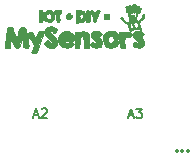
<source format=gbr>
G04 #@! TF.GenerationSoftware,KiCad,Pcbnew,(5.0.2)-1*
G04 #@! TF.CreationDate,2019-07-28T23:18:33+08:00*
G04 #@! TF.ProjectId,DOOR,444f4f52-2e6b-4696-9361-645f70636258,rev?*
G04 #@! TF.SameCoordinates,Original*
G04 #@! TF.FileFunction,Legend,Top*
G04 #@! TF.FilePolarity,Positive*
%FSLAX46Y46*%
G04 Gerber Fmt 4.6, Leading zero omitted, Abs format (unit mm)*
G04 Created by KiCad (PCBNEW (5.0.2)-1) date 2019-07-28 23:18:33*
%MOMM*%
%LPD*%
G01*
G04 APERTURE LIST*
%ADD10C,0.200000*%
%ADD11C,0.300000*%
%ADD12C,0.010000*%
G04 APERTURE END LIST*
D10*
X149293651Y-80067133D02*
X149674603Y-80067133D01*
X149217460Y-80295704D02*
X149484127Y-79495704D01*
X149750794Y-80295704D01*
X149941270Y-79495704D02*
X150436508Y-79495704D01*
X150169841Y-79800466D01*
X150284127Y-79800466D01*
X150360318Y-79838561D01*
X150398413Y-79876657D01*
X150436508Y-79952847D01*
X150436508Y-80143323D01*
X150398413Y-80219514D01*
X150360318Y-80257609D01*
X150284127Y-80295704D01*
X150055556Y-80295704D01*
X149979365Y-80257609D01*
X149941270Y-80219514D01*
X141236771Y-80034113D02*
X141617723Y-80034113D01*
X141160580Y-80262684D02*
X141427247Y-79462684D01*
X141693914Y-80262684D01*
X141922485Y-79538875D02*
X141960580Y-79500780D01*
X142036771Y-79462684D01*
X142227247Y-79462684D01*
X142303438Y-79500780D01*
X142341533Y-79538875D01*
X142379628Y-79615065D01*
X142379628Y-79691256D01*
X142341533Y-79805541D01*
X141884390Y-80262684D01*
X142379628Y-80262684D01*
D11*
X154335480Y-83103720D02*
X154335480Y-83103720D01*
X153370280Y-83126580D02*
X153370280Y-83126580D01*
X153824940Y-83111340D02*
X153824940Y-83111340D01*
D12*
G04 #@! TO.C,G\002A\002A\002A*
G36*
X149792244Y-71316997D02*
X149793960Y-71331116D01*
X149749010Y-71388469D01*
X149734890Y-71390185D01*
X149677537Y-71345235D01*
X149675821Y-71331116D01*
X149720771Y-71273762D01*
X149734890Y-71272046D01*
X149792244Y-71316997D01*
X149792244Y-71316997D01*
G37*
X149792244Y-71316997D02*
X149793960Y-71331116D01*
X149749010Y-71388469D01*
X149734890Y-71390185D01*
X149677537Y-71345235D01*
X149675821Y-71331116D01*
X149720771Y-71273762D01*
X149734890Y-71272046D01*
X149792244Y-71316997D01*
G36*
X147379484Y-71471406D02*
X147524314Y-71497367D01*
X147615277Y-71508323D01*
X147615763Y-71508325D01*
X147649932Y-71560275D01*
X147667005Y-71688008D01*
X147667449Y-71715069D01*
X147660296Y-71847440D01*
X147616129Y-71906267D01*
X147500890Y-71921351D01*
X147431170Y-71921813D01*
X147194890Y-71921813D01*
X147194890Y-71678151D01*
X147199544Y-71524827D01*
X147230427Y-71461211D01*
X147312921Y-71458874D01*
X147379484Y-71471406D01*
X147379484Y-71471406D01*
G37*
X147379484Y-71471406D02*
X147524314Y-71497367D01*
X147615277Y-71508323D01*
X147615763Y-71508325D01*
X147649932Y-71560275D01*
X147667005Y-71688008D01*
X147667449Y-71715069D01*
X147660296Y-71847440D01*
X147616129Y-71906267D01*
X147500890Y-71921351D01*
X147431170Y-71921813D01*
X147194890Y-71921813D01*
X147194890Y-71678151D01*
X147199544Y-71524827D01*
X147230427Y-71461211D01*
X147312921Y-71458874D01*
X147379484Y-71471406D01*
G36*
X144330638Y-71420995D02*
X144359542Y-71478790D01*
X144391438Y-71557398D01*
X144418611Y-71567395D01*
X144471091Y-71610446D01*
X144467044Y-71709220D01*
X144410743Y-71818143D01*
X144393296Y-71837428D01*
X144248230Y-71912674D01*
X144093965Y-71890429D01*
X144019890Y-71833455D01*
X143959512Y-71723743D01*
X143951102Y-71619768D01*
X143997235Y-71567926D01*
X144005123Y-71567395D01*
X144057529Y-71519551D01*
X144064193Y-71478790D01*
X144115542Y-71407527D01*
X144211867Y-71390185D01*
X144330638Y-71420995D01*
X144330638Y-71420995D01*
G37*
X144330638Y-71420995D02*
X144359542Y-71478790D01*
X144391438Y-71557398D01*
X144418611Y-71567395D01*
X144471091Y-71610446D01*
X144467044Y-71709220D01*
X144410743Y-71818143D01*
X144393296Y-71837428D01*
X144248230Y-71912674D01*
X144093965Y-71890429D01*
X144019890Y-71833455D01*
X143959512Y-71723743D01*
X143951102Y-71619768D01*
X143997235Y-71567926D01*
X144005123Y-71567395D01*
X144057529Y-71519551D01*
X144064193Y-71478790D01*
X144115542Y-71407527D01*
X144211867Y-71390185D01*
X144330638Y-71420995D01*
G36*
X146293067Y-71207200D02*
X146349554Y-71285601D01*
X146408318Y-71417295D01*
X146478799Y-71285601D01*
X146563286Y-71201079D01*
X146679306Y-71156470D01*
X146784828Y-71158532D01*
X146837817Y-71214025D01*
X146838628Y-71227744D01*
X146808341Y-71319348D01*
X146733925Y-71465470D01*
X146691257Y-71537860D01*
X146600924Y-71726083D01*
X146549739Y-71913276D01*
X146545426Y-71966116D01*
X146531281Y-72100269D01*
X146473244Y-72152175D01*
X146409310Y-72158092D01*
X146318997Y-72143400D01*
X146289361Y-72076341D01*
X146296998Y-71956790D01*
X146284068Y-71762992D01*
X146187610Y-71560734D01*
X146166997Y-71529590D01*
X146052575Y-71339047D01*
X146021872Y-71220590D01*
X146074459Y-71163381D01*
X146152143Y-71153906D01*
X146293067Y-71207200D01*
X146293067Y-71207200D01*
G37*
X146293067Y-71207200D02*
X146349554Y-71285601D01*
X146408318Y-71417295D01*
X146478799Y-71285601D01*
X146563286Y-71201079D01*
X146679306Y-71156470D01*
X146784828Y-71158532D01*
X146837817Y-71214025D01*
X146838628Y-71227744D01*
X146808341Y-71319348D01*
X146733925Y-71465470D01*
X146691257Y-71537860D01*
X146600924Y-71726083D01*
X146549739Y-71913276D01*
X146545426Y-71966116D01*
X146531281Y-72100269D01*
X146473244Y-72152175D01*
X146409310Y-72158092D01*
X146318997Y-72143400D01*
X146289361Y-72076341D01*
X146296998Y-71956790D01*
X146284068Y-71762992D01*
X146187610Y-71560734D01*
X146166997Y-71529590D01*
X146052575Y-71339047D01*
X146021872Y-71220590D01*
X146074459Y-71163381D01*
X146152143Y-71153906D01*
X146293067Y-71207200D01*
G36*
X141920587Y-71158516D02*
X141964231Y-71187940D01*
X141986886Y-71265566D01*
X141995433Y-71414785D01*
X141996751Y-71655999D01*
X141995395Y-71899136D01*
X141986741Y-72047524D01*
X141963910Y-72124553D01*
X141920022Y-72153612D01*
X141849077Y-72158092D01*
X141777566Y-72153482D01*
X141733922Y-72124059D01*
X141711267Y-72046433D01*
X141702720Y-71897214D01*
X141701402Y-71655999D01*
X141702758Y-71412863D01*
X141711412Y-71264475D01*
X141734243Y-71187446D01*
X141778131Y-71158387D01*
X141849077Y-71153906D01*
X141920587Y-71158516D01*
X141920587Y-71158516D01*
G37*
X141920587Y-71158516D02*
X141964231Y-71187940D01*
X141986886Y-71265566D01*
X141995433Y-71414785D01*
X141996751Y-71655999D01*
X141995395Y-71899136D01*
X141986741Y-72047524D01*
X141963910Y-72124553D01*
X141920022Y-72153612D01*
X141849077Y-72158092D01*
X141777566Y-72153482D01*
X141733922Y-72124059D01*
X141711267Y-72046433D01*
X141702720Y-71897214D01*
X141701402Y-71655999D01*
X141702758Y-71412863D01*
X141711412Y-71264475D01*
X141734243Y-71187446D01*
X141778131Y-71158387D01*
X141849077Y-71153906D01*
X141920587Y-71158516D01*
G36*
X145876215Y-71164655D02*
X145923355Y-71214895D01*
X145952933Y-71331623D01*
X145975545Y-71516990D01*
X146003215Y-71797832D01*
X146012996Y-71981776D01*
X146000442Y-72089294D01*
X145961105Y-72140860D01*
X145890537Y-72156949D01*
X145836286Y-72158092D01*
X145707570Y-72140335D01*
X145661570Y-72072026D01*
X145659077Y-72033409D01*
X145659077Y-71908725D01*
X145555704Y-72034999D01*
X145416960Y-72133802D01*
X145187146Y-72191660D01*
X145142216Y-72197446D01*
X144832100Y-72233618D01*
X144832100Y-71685534D01*
X145127449Y-71685534D01*
X145150355Y-71857616D01*
X145215812Y-71923991D01*
X145318926Y-71881055D01*
X145351914Y-71850930D01*
X145418667Y-71716832D01*
X145387140Y-71581493D01*
X145308541Y-71510403D01*
X145198855Y-71460523D01*
X145145673Y-71478850D01*
X145128701Y-71585010D01*
X145127449Y-71685534D01*
X144832100Y-71685534D01*
X144832100Y-71162210D01*
X145135352Y-71176141D01*
X145344718Y-71200029D01*
X145478299Y-71257605D01*
X145548841Y-71326208D01*
X145659077Y-71462343D01*
X145659077Y-71308125D01*
X145681767Y-71191790D01*
X145769976Y-71154744D01*
X145798336Y-71153906D01*
X145876215Y-71164655D01*
X145876215Y-71164655D01*
G37*
X145876215Y-71164655D02*
X145923355Y-71214895D01*
X145952933Y-71331623D01*
X145975545Y-71516990D01*
X146003215Y-71797832D01*
X146012996Y-71981776D01*
X146000442Y-72089294D01*
X145961105Y-72140860D01*
X145890537Y-72156949D01*
X145836286Y-72158092D01*
X145707570Y-72140335D01*
X145661570Y-72072026D01*
X145659077Y-72033409D01*
X145659077Y-71908725D01*
X145555704Y-72034999D01*
X145416960Y-72133802D01*
X145187146Y-72191660D01*
X145142216Y-72197446D01*
X144832100Y-72233618D01*
X144832100Y-71685534D01*
X145127449Y-71685534D01*
X145150355Y-71857616D01*
X145215812Y-71923991D01*
X145318926Y-71881055D01*
X145351914Y-71850930D01*
X145418667Y-71716832D01*
X145387140Y-71581493D01*
X145308541Y-71510403D01*
X145198855Y-71460523D01*
X145145673Y-71478850D01*
X145128701Y-71585010D01*
X145127449Y-71685534D01*
X144832100Y-71685534D01*
X144832100Y-71162210D01*
X145135352Y-71176141D01*
X145344718Y-71200029D01*
X145478299Y-71257605D01*
X145548841Y-71326208D01*
X145659077Y-71462343D01*
X145659077Y-71308125D01*
X145681767Y-71191790D01*
X145769976Y-71154744D01*
X145798336Y-71153906D01*
X145876215Y-71164655D01*
G36*
X143455317Y-71159431D02*
X143553524Y-71182320D01*
X143588890Y-71232043D01*
X143591635Y-71265726D01*
X143546621Y-71377375D01*
X143494897Y-71414668D01*
X143439788Y-71457926D01*
X143418721Y-71550887D01*
X143426463Y-71723379D01*
X143431579Y-71775601D01*
X143445307Y-71969080D01*
X143431233Y-72079855D01*
X143382646Y-72141461D01*
X143354991Y-72158288D01*
X143254474Y-72204385D01*
X143201708Y-72190690D01*
X143181375Y-72097142D01*
X143178146Y-71926645D01*
X143171118Y-71736081D01*
X143153309Y-71585516D01*
X143142292Y-71542691D01*
X143086201Y-71454501D01*
X143037011Y-71472903D01*
X143006068Y-71586432D01*
X143000937Y-71685534D01*
X142959168Y-71924750D01*
X142833862Y-72080429D01*
X142625019Y-72152571D01*
X142528379Y-72158092D01*
X142291335Y-72118635D01*
X142137964Y-71997391D01*
X142064175Y-71790048D01*
X142055821Y-71660287D01*
X142064158Y-71560347D01*
X142304491Y-71560347D01*
X142313744Y-71718348D01*
X142353248Y-71807557D01*
X142461132Y-71905131D01*
X142600939Y-71908649D01*
X142693774Y-71850930D01*
X142755164Y-71723609D01*
X142729923Y-71589024D01*
X142642228Y-71479952D01*
X142516253Y-71429170D01*
X142401107Y-71454143D01*
X142304491Y-71560347D01*
X142064158Y-71560347D01*
X142071430Y-71473181D01*
X142132093Y-71350496D01*
X142211461Y-71276333D01*
X142428114Y-71170722D01*
X142654021Y-71173206D01*
X142810584Y-71245861D01*
X142905401Y-71304793D01*
X142938540Y-71290923D01*
X142941867Y-71245861D01*
X142968175Y-71190918D01*
X143062899Y-71162512D01*
X143249736Y-71153937D01*
X143266751Y-71153906D01*
X143455317Y-71159431D01*
X143455317Y-71159431D01*
G37*
X143455317Y-71159431D02*
X143553524Y-71182320D01*
X143588890Y-71232043D01*
X143591635Y-71265726D01*
X143546621Y-71377375D01*
X143494897Y-71414668D01*
X143439788Y-71457926D01*
X143418721Y-71550887D01*
X143426463Y-71723379D01*
X143431579Y-71775601D01*
X143445307Y-71969080D01*
X143431233Y-72079855D01*
X143382646Y-72141461D01*
X143354991Y-72158288D01*
X143254474Y-72204385D01*
X143201708Y-72190690D01*
X143181375Y-72097142D01*
X143178146Y-71926645D01*
X143171118Y-71736081D01*
X143153309Y-71585516D01*
X143142292Y-71542691D01*
X143086201Y-71454501D01*
X143037011Y-71472903D01*
X143006068Y-71586432D01*
X143000937Y-71685534D01*
X142959168Y-71924750D01*
X142833862Y-72080429D01*
X142625019Y-72152571D01*
X142528379Y-72158092D01*
X142291335Y-72118635D01*
X142137964Y-71997391D01*
X142064175Y-71790048D01*
X142055821Y-71660287D01*
X142064158Y-71560347D01*
X142304491Y-71560347D01*
X142313744Y-71718348D01*
X142353248Y-71807557D01*
X142461132Y-71905131D01*
X142600939Y-71908649D01*
X142693774Y-71850930D01*
X142755164Y-71723609D01*
X142729923Y-71589024D01*
X142642228Y-71479952D01*
X142516253Y-71429170D01*
X142401107Y-71454143D01*
X142304491Y-71560347D01*
X142064158Y-71560347D01*
X142071430Y-71473181D01*
X142132093Y-71350496D01*
X142211461Y-71276333D01*
X142428114Y-71170722D01*
X142654021Y-71173206D01*
X142810584Y-71245861D01*
X142905401Y-71304793D01*
X142938540Y-71290923D01*
X142941867Y-71245861D01*
X142968175Y-71190918D01*
X143062899Y-71162512D01*
X143249736Y-71153937D01*
X143266751Y-71153906D01*
X143455317Y-71159431D01*
G36*
X149920663Y-70699294D02*
X149942418Y-70742887D01*
X150003448Y-70830333D01*
X150103009Y-70824675D01*
X150190303Y-70812008D01*
X150193256Y-70868781D01*
X150188703Y-70881276D01*
X150192126Y-70962419D01*
X150238837Y-70976697D01*
X150316248Y-71009185D01*
X150325588Y-71035767D01*
X150284698Y-71093160D01*
X150272048Y-71094837D01*
X150240545Y-71141468D01*
X150247273Y-71204830D01*
X150225936Y-71308159D01*
X150136022Y-71370685D01*
X150026885Y-71358554D01*
X150024909Y-71357356D01*
X149989880Y-71385984D01*
X149971830Y-71498983D01*
X149971170Y-71530888D01*
X149956098Y-71679004D01*
X149919220Y-71768659D01*
X149913309Y-71773391D01*
X149891065Y-71841297D01*
X149936173Y-71936054D01*
X150020047Y-72015576D01*
X150094363Y-72039953D01*
X150204365Y-71995121D01*
X150323619Y-71890308D01*
X150406279Y-71770036D01*
X150419169Y-71724513D01*
X150432554Y-71600394D01*
X150434731Y-71582162D01*
X150482827Y-71516235D01*
X150563335Y-71518670D01*
X150618088Y-71581985D01*
X150620937Y-71606121D01*
X150579938Y-71731277D01*
X150479050Y-71886886D01*
X150351435Y-72030611D01*
X150230257Y-72120117D01*
X150213111Y-72126760D01*
X150141122Y-72161433D01*
X150136921Y-72223593D01*
X150186955Y-72335678D01*
X150256535Y-72517386D01*
X150307258Y-72721432D01*
X150309045Y-72732203D01*
X150360014Y-72899450D01*
X150439009Y-73020911D01*
X150453301Y-73032721D01*
X150549732Y-73144749D01*
X150531068Y-73267375D01*
X150442506Y-73370128D01*
X150323145Y-73478148D01*
X150472041Y-73633562D01*
X150595571Y-73816093D01*
X150603543Y-73995978D01*
X150498510Y-74188033D01*
X150350041Y-74312280D01*
X150177472Y-74343674D01*
X149936449Y-74317984D01*
X149755775Y-74249415D01*
X149650865Y-74150714D01*
X149637129Y-74034631D01*
X149695096Y-73944664D01*
X149784933Y-73884045D01*
X149892618Y-73898957D01*
X149947086Y-73921921D01*
X150083824Y-73970661D01*
X150126523Y-73950741D01*
X150075675Y-73864355D01*
X149931776Y-73713694D01*
X149891617Y-73675803D01*
X149748334Y-73531080D01*
X149648899Y-73409063D01*
X149626593Y-73363454D01*
X150106832Y-73363454D01*
X150148379Y-73398558D01*
X150242632Y-73451685D01*
X150255189Y-73431676D01*
X150236984Y-73398558D01*
X150150717Y-73342396D01*
X150130125Y-73340392D01*
X150106832Y-73363454D01*
X149626593Y-73363454D01*
X149616751Y-73343333D01*
X149591533Y-73304346D01*
X149503133Y-73342000D01*
X149469337Y-73363420D01*
X149282155Y-73430393D01*
X149174876Y-73423103D01*
X149061197Y-73415981D01*
X148992350Y-73487718D01*
X148965034Y-73551360D01*
X148933632Y-73719878D01*
X148933233Y-73944946D01*
X148941417Y-74030099D01*
X148980596Y-74343674D01*
X148770532Y-74343674D01*
X148625443Y-74332451D01*
X148542287Y-74304887D01*
X148537838Y-74299372D01*
X148527230Y-74225332D01*
X148516205Y-74059667D01*
X148506238Y-73828876D01*
X148500218Y-73623704D01*
X148485227Y-72992339D01*
X148960755Y-72991294D01*
X149229111Y-72997769D01*
X149403690Y-73021182D01*
X149508125Y-73065390D01*
X149530193Y-73084159D01*
X149606522Y-73142719D01*
X149666905Y-73112247D01*
X149712381Y-73052034D01*
X149825880Y-72957349D01*
X150007089Y-72926194D01*
X150028059Y-72925999D01*
X150173917Y-72918324D01*
X150229885Y-72883763D01*
X150223821Y-72805019D01*
X150223690Y-72804519D01*
X150170481Y-72718130D01*
X150096313Y-72725962D01*
X149978674Y-72758925D01*
X149803444Y-72788157D01*
X149749658Y-72794320D01*
X149596339Y-72820985D01*
X149507512Y-72857978D01*
X149498611Y-72872878D01*
X149451221Y-72921143D01*
X149417390Y-72925999D01*
X149352028Y-72872252D01*
X149298546Y-72732265D01*
X149266881Y-72537924D01*
X149262363Y-72429128D01*
X149381491Y-72429128D01*
X149392379Y-72570860D01*
X149419852Y-72650341D01*
X149506311Y-72683694D01*
X149572220Y-72689720D01*
X149646404Y-72672539D01*
X149661099Y-72598964D01*
X149643777Y-72501090D01*
X149588777Y-72340135D01*
X149523144Y-72239451D01*
X149682770Y-72239451D01*
X149695944Y-72295831D01*
X149730265Y-72451099D01*
X149734890Y-72517342D01*
X149765781Y-72601534D01*
X149876907Y-72630040D01*
X149908614Y-72630651D01*
X150045087Y-72612362D01*
X150118998Y-72571332D01*
X150114291Y-72488604D01*
X150060134Y-72347708D01*
X150022074Y-72274332D01*
X149938937Y-72134144D01*
X149888475Y-72085402D01*
X149848301Y-72115031D01*
X149823387Y-72158294D01*
X149755753Y-72234684D01*
X149707642Y-72233782D01*
X149682770Y-72239451D01*
X149523144Y-72239451D01*
X149514663Y-72226441D01*
X149442179Y-72187533D01*
X149417039Y-72200285D01*
X149389589Y-72285948D01*
X149381491Y-72429128D01*
X149262363Y-72429128D01*
X149262332Y-72428389D01*
X149217611Y-72313620D01*
X149072267Y-72228360D01*
X149070356Y-72227637D01*
X148890617Y-72140588D01*
X148730336Y-72030485D01*
X148615782Y-71919645D01*
X148573227Y-71830385D01*
X148578986Y-71810218D01*
X148660141Y-71750829D01*
X148748998Y-71759328D01*
X148789774Y-71828921D01*
X148837431Y-71928226D01*
X148952187Y-72038510D01*
X149091721Y-72126208D01*
X149204825Y-72158092D01*
X149296140Y-72107705D01*
X149349710Y-71985871D01*
X149349816Y-71980883D01*
X149616751Y-71980883D01*
X149636905Y-72038417D01*
X149642800Y-72039953D01*
X149693232Y-71998561D01*
X149705356Y-71980883D01*
X149700672Y-71926451D01*
X149679307Y-71921813D01*
X149619155Y-71964693D01*
X149616751Y-71980883D01*
X149349816Y-71980883D01*
X149352898Y-71836587D01*
X149322832Y-71747275D01*
X149274793Y-71597814D01*
X149262332Y-71482673D01*
X149252262Y-71442022D01*
X149380472Y-71442022D01*
X149410060Y-71537397D01*
X149512337Y-71578998D01*
X149695573Y-71576567D01*
X149775606Y-71594087D01*
X149774370Y-71647821D01*
X149707405Y-71706268D01*
X149617316Y-71735200D01*
X149529468Y-71760292D01*
X149551508Y-71799659D01*
X149559690Y-71804915D01*
X149681247Y-71820098D01*
X149804302Y-71751398D01*
X149880951Y-71631551D01*
X149894603Y-71487023D01*
X149878547Y-71365674D01*
X149834379Y-71262593D01*
X149745860Y-71221797D01*
X149625115Y-71217640D01*
X149505914Y-71227331D01*
X149473156Y-71245751D01*
X149483844Y-71252097D01*
X149550122Y-71329804D01*
X149557681Y-71372806D01*
X149541755Y-71431454D01*
X149476153Y-71396000D01*
X149469077Y-71390185D01*
X149401183Y-71352138D01*
X149380958Y-71413364D01*
X149380472Y-71442022D01*
X149252262Y-71442022D01*
X149232191Y-71360999D01*
X149173728Y-71331116D01*
X149101657Y-71281495D01*
X149085123Y-71209093D01*
X149062093Y-71081062D01*
X149228021Y-71081062D01*
X149235916Y-71099882D01*
X149307628Y-71129148D01*
X149326447Y-71121253D01*
X149355713Y-71049541D01*
X149351286Y-71038985D01*
X149439542Y-71038985D01*
X149491078Y-71084004D01*
X149616751Y-71082237D01*
X149740341Y-71076784D01*
X149793898Y-71099564D01*
X149793960Y-71100736D01*
X149842473Y-71151091D01*
X149897332Y-71172258D01*
X149992255Y-71198487D01*
X150015472Y-71206124D01*
X150028548Y-71164638D01*
X150030239Y-71124372D01*
X149985120Y-71046010D01*
X149945854Y-71035767D01*
X149836728Y-70996871D01*
X149774511Y-70948809D01*
X149696186Y-70891996D01*
X149631769Y-70929716D01*
X149615924Y-70948159D01*
X149533093Y-71005455D01*
X149491918Y-71002095D01*
X149443605Y-71014822D01*
X149439542Y-71038985D01*
X149351286Y-71038985D01*
X149347819Y-71030722D01*
X149276107Y-71001456D01*
X149257287Y-71009350D01*
X149228021Y-71081062D01*
X149062093Y-71081062D01*
X149056690Y-71051030D01*
X149027242Y-70978919D01*
X149004610Y-70895833D01*
X149069491Y-70847943D01*
X149130023Y-70830445D01*
X149264432Y-70777430D01*
X149335578Y-70720967D01*
X149389271Y-70685629D01*
X149429988Y-70728447D01*
X149484833Y-70771438D01*
X149555361Y-70713679D01*
X149677315Y-70634306D01*
X149814909Y-70630705D01*
X149920663Y-70699294D01*
X149920663Y-70699294D01*
G37*
X149920663Y-70699294D02*
X149942418Y-70742887D01*
X150003448Y-70830333D01*
X150103009Y-70824675D01*
X150190303Y-70812008D01*
X150193256Y-70868781D01*
X150188703Y-70881276D01*
X150192126Y-70962419D01*
X150238837Y-70976697D01*
X150316248Y-71009185D01*
X150325588Y-71035767D01*
X150284698Y-71093160D01*
X150272048Y-71094837D01*
X150240545Y-71141468D01*
X150247273Y-71204830D01*
X150225936Y-71308159D01*
X150136022Y-71370685D01*
X150026885Y-71358554D01*
X150024909Y-71357356D01*
X149989880Y-71385984D01*
X149971830Y-71498983D01*
X149971170Y-71530888D01*
X149956098Y-71679004D01*
X149919220Y-71768659D01*
X149913309Y-71773391D01*
X149891065Y-71841297D01*
X149936173Y-71936054D01*
X150020047Y-72015576D01*
X150094363Y-72039953D01*
X150204365Y-71995121D01*
X150323619Y-71890308D01*
X150406279Y-71770036D01*
X150419169Y-71724513D01*
X150432554Y-71600394D01*
X150434731Y-71582162D01*
X150482827Y-71516235D01*
X150563335Y-71518670D01*
X150618088Y-71581985D01*
X150620937Y-71606121D01*
X150579938Y-71731277D01*
X150479050Y-71886886D01*
X150351435Y-72030611D01*
X150230257Y-72120117D01*
X150213111Y-72126760D01*
X150141122Y-72161433D01*
X150136921Y-72223593D01*
X150186955Y-72335678D01*
X150256535Y-72517386D01*
X150307258Y-72721432D01*
X150309045Y-72732203D01*
X150360014Y-72899450D01*
X150439009Y-73020911D01*
X150453301Y-73032721D01*
X150549732Y-73144749D01*
X150531068Y-73267375D01*
X150442506Y-73370128D01*
X150323145Y-73478148D01*
X150472041Y-73633562D01*
X150595571Y-73816093D01*
X150603543Y-73995978D01*
X150498510Y-74188033D01*
X150350041Y-74312280D01*
X150177472Y-74343674D01*
X149936449Y-74317984D01*
X149755775Y-74249415D01*
X149650865Y-74150714D01*
X149637129Y-74034631D01*
X149695096Y-73944664D01*
X149784933Y-73884045D01*
X149892618Y-73898957D01*
X149947086Y-73921921D01*
X150083824Y-73970661D01*
X150126523Y-73950741D01*
X150075675Y-73864355D01*
X149931776Y-73713694D01*
X149891617Y-73675803D01*
X149748334Y-73531080D01*
X149648899Y-73409063D01*
X149626593Y-73363454D01*
X150106832Y-73363454D01*
X150148379Y-73398558D01*
X150242632Y-73451685D01*
X150255189Y-73431676D01*
X150236984Y-73398558D01*
X150150717Y-73342396D01*
X150130125Y-73340392D01*
X150106832Y-73363454D01*
X149626593Y-73363454D01*
X149616751Y-73343333D01*
X149591533Y-73304346D01*
X149503133Y-73342000D01*
X149469337Y-73363420D01*
X149282155Y-73430393D01*
X149174876Y-73423103D01*
X149061197Y-73415981D01*
X148992350Y-73487718D01*
X148965034Y-73551360D01*
X148933632Y-73719878D01*
X148933233Y-73944946D01*
X148941417Y-74030099D01*
X148980596Y-74343674D01*
X148770532Y-74343674D01*
X148625443Y-74332451D01*
X148542287Y-74304887D01*
X148537838Y-74299372D01*
X148527230Y-74225332D01*
X148516205Y-74059667D01*
X148506238Y-73828876D01*
X148500218Y-73623704D01*
X148485227Y-72992339D01*
X148960755Y-72991294D01*
X149229111Y-72997769D01*
X149403690Y-73021182D01*
X149508125Y-73065390D01*
X149530193Y-73084159D01*
X149606522Y-73142719D01*
X149666905Y-73112247D01*
X149712381Y-73052034D01*
X149825880Y-72957349D01*
X150007089Y-72926194D01*
X150028059Y-72925999D01*
X150173917Y-72918324D01*
X150229885Y-72883763D01*
X150223821Y-72805019D01*
X150223690Y-72804519D01*
X150170481Y-72718130D01*
X150096313Y-72725962D01*
X149978674Y-72758925D01*
X149803444Y-72788157D01*
X149749658Y-72794320D01*
X149596339Y-72820985D01*
X149507512Y-72857978D01*
X149498611Y-72872878D01*
X149451221Y-72921143D01*
X149417390Y-72925999D01*
X149352028Y-72872252D01*
X149298546Y-72732265D01*
X149266881Y-72537924D01*
X149262363Y-72429128D01*
X149381491Y-72429128D01*
X149392379Y-72570860D01*
X149419852Y-72650341D01*
X149506311Y-72683694D01*
X149572220Y-72689720D01*
X149646404Y-72672539D01*
X149661099Y-72598964D01*
X149643777Y-72501090D01*
X149588777Y-72340135D01*
X149523144Y-72239451D01*
X149682770Y-72239451D01*
X149695944Y-72295831D01*
X149730265Y-72451099D01*
X149734890Y-72517342D01*
X149765781Y-72601534D01*
X149876907Y-72630040D01*
X149908614Y-72630651D01*
X150045087Y-72612362D01*
X150118998Y-72571332D01*
X150114291Y-72488604D01*
X150060134Y-72347708D01*
X150022074Y-72274332D01*
X149938937Y-72134144D01*
X149888475Y-72085402D01*
X149848301Y-72115031D01*
X149823387Y-72158294D01*
X149755753Y-72234684D01*
X149707642Y-72233782D01*
X149682770Y-72239451D01*
X149523144Y-72239451D01*
X149514663Y-72226441D01*
X149442179Y-72187533D01*
X149417039Y-72200285D01*
X149389589Y-72285948D01*
X149381491Y-72429128D01*
X149262363Y-72429128D01*
X149262332Y-72428389D01*
X149217611Y-72313620D01*
X149072267Y-72228360D01*
X149070356Y-72227637D01*
X148890617Y-72140588D01*
X148730336Y-72030485D01*
X148615782Y-71919645D01*
X148573227Y-71830385D01*
X148578986Y-71810218D01*
X148660141Y-71750829D01*
X148748998Y-71759328D01*
X148789774Y-71828921D01*
X148837431Y-71928226D01*
X148952187Y-72038510D01*
X149091721Y-72126208D01*
X149204825Y-72158092D01*
X149296140Y-72107705D01*
X149349710Y-71985871D01*
X149349816Y-71980883D01*
X149616751Y-71980883D01*
X149636905Y-72038417D01*
X149642800Y-72039953D01*
X149693232Y-71998561D01*
X149705356Y-71980883D01*
X149700672Y-71926451D01*
X149679307Y-71921813D01*
X149619155Y-71964693D01*
X149616751Y-71980883D01*
X149349816Y-71980883D01*
X149352898Y-71836587D01*
X149322832Y-71747275D01*
X149274793Y-71597814D01*
X149262332Y-71482673D01*
X149252262Y-71442022D01*
X149380472Y-71442022D01*
X149410060Y-71537397D01*
X149512337Y-71578998D01*
X149695573Y-71576567D01*
X149775606Y-71594087D01*
X149774370Y-71647821D01*
X149707405Y-71706268D01*
X149617316Y-71735200D01*
X149529468Y-71760292D01*
X149551508Y-71799659D01*
X149559690Y-71804915D01*
X149681247Y-71820098D01*
X149804302Y-71751398D01*
X149880951Y-71631551D01*
X149894603Y-71487023D01*
X149878547Y-71365674D01*
X149834379Y-71262593D01*
X149745860Y-71221797D01*
X149625115Y-71217640D01*
X149505914Y-71227331D01*
X149473156Y-71245751D01*
X149483844Y-71252097D01*
X149550122Y-71329804D01*
X149557681Y-71372806D01*
X149541755Y-71431454D01*
X149476153Y-71396000D01*
X149469077Y-71390185D01*
X149401183Y-71352138D01*
X149380958Y-71413364D01*
X149380472Y-71442022D01*
X149252262Y-71442022D01*
X149232191Y-71360999D01*
X149173728Y-71331116D01*
X149101657Y-71281495D01*
X149085123Y-71209093D01*
X149062093Y-71081062D01*
X149228021Y-71081062D01*
X149235916Y-71099882D01*
X149307628Y-71129148D01*
X149326447Y-71121253D01*
X149355713Y-71049541D01*
X149351286Y-71038985D01*
X149439542Y-71038985D01*
X149491078Y-71084004D01*
X149616751Y-71082237D01*
X149740341Y-71076784D01*
X149793898Y-71099564D01*
X149793960Y-71100736D01*
X149842473Y-71151091D01*
X149897332Y-71172258D01*
X149992255Y-71198487D01*
X150015472Y-71206124D01*
X150028548Y-71164638D01*
X150030239Y-71124372D01*
X149985120Y-71046010D01*
X149945854Y-71035767D01*
X149836728Y-70996871D01*
X149774511Y-70948809D01*
X149696186Y-70891996D01*
X149631769Y-70929716D01*
X149615924Y-70948159D01*
X149533093Y-71005455D01*
X149491918Y-71002095D01*
X149443605Y-71014822D01*
X149439542Y-71038985D01*
X149351286Y-71038985D01*
X149347819Y-71030722D01*
X149276107Y-71001456D01*
X149257287Y-71009350D01*
X149228021Y-71081062D01*
X149062093Y-71081062D01*
X149056690Y-71051030D01*
X149027242Y-70978919D01*
X149004610Y-70895833D01*
X149069491Y-70847943D01*
X149130023Y-70830445D01*
X149264432Y-70777430D01*
X149335578Y-70720967D01*
X149389271Y-70685629D01*
X149429988Y-70728447D01*
X149484833Y-70771438D01*
X149555361Y-70713679D01*
X149677315Y-70634306D01*
X149814909Y-70630705D01*
X149920663Y-70699294D01*
G36*
X148090899Y-72943372D02*
X148180240Y-72996149D01*
X148276031Y-73100137D01*
X148277100Y-73101407D01*
X148370819Y-73233533D01*
X148418709Y-73373483D01*
X148434698Y-73568996D01*
X148435356Y-73643913D01*
X148428179Y-73854881D01*
X148396865Y-73992889D01*
X148326740Y-74102737D01*
X148262690Y-74171008D01*
X148046415Y-74307547D01*
X147778775Y-74342006D01*
X147477708Y-74275764D01*
X147300877Y-74154103D01*
X147163435Y-73951762D01*
X147086263Y-73704740D01*
X147076751Y-73584494D01*
X147081097Y-73553590D01*
X147560887Y-73553590D01*
X147580996Y-73736502D01*
X147638943Y-73834172D01*
X147750214Y-73917131D01*
X147850742Y-73905032D01*
X147962797Y-73812046D01*
X148057625Y-73700591D01*
X148067974Y-73608175D01*
X147997432Y-73482933D01*
X147986621Y-73467398D01*
X147859029Y-73361578D01*
X147735574Y-73350883D01*
X147620204Y-73387664D01*
X147570152Y-73486905D01*
X147560887Y-73553590D01*
X147081097Y-73553590D01*
X147106860Y-73370412D01*
X147214533Y-73188472D01*
X147245179Y-73152847D01*
X147359795Y-73042055D01*
X147481045Y-72980117D01*
X147654046Y-72948503D01*
X147766227Y-72938837D01*
X147966672Y-72928652D01*
X148090899Y-72943372D01*
X148090899Y-72943372D01*
G37*
X148090899Y-72943372D02*
X148180240Y-72996149D01*
X148276031Y-73100137D01*
X148277100Y-73101407D01*
X148370819Y-73233533D01*
X148418709Y-73373483D01*
X148434698Y-73568996D01*
X148435356Y-73643913D01*
X148428179Y-73854881D01*
X148396865Y-73992889D01*
X148326740Y-74102737D01*
X148262690Y-74171008D01*
X148046415Y-74307547D01*
X147778775Y-74342006D01*
X147477708Y-74275764D01*
X147300877Y-74154103D01*
X147163435Y-73951762D01*
X147086263Y-73704740D01*
X147076751Y-73584494D01*
X147081097Y-73553590D01*
X147560887Y-73553590D01*
X147580996Y-73736502D01*
X147638943Y-73834172D01*
X147750214Y-73917131D01*
X147850742Y-73905032D01*
X147962797Y-73812046D01*
X148057625Y-73700591D01*
X148067974Y-73608175D01*
X147997432Y-73482933D01*
X147986621Y-73467398D01*
X147859029Y-73361578D01*
X147735574Y-73350883D01*
X147620204Y-73387664D01*
X147570152Y-73486905D01*
X147560887Y-73553590D01*
X147081097Y-73553590D01*
X147106860Y-73370412D01*
X147214533Y-73188472D01*
X147245179Y-73152847D01*
X147359795Y-73042055D01*
X147481045Y-72980117D01*
X147654046Y-72948503D01*
X147766227Y-72938837D01*
X147966672Y-72928652D01*
X148090899Y-72943372D01*
G36*
X146679908Y-72948557D02*
X146857492Y-73007060D01*
X146980930Y-73095307D01*
X147017681Y-73186008D01*
X146977337Y-73280641D01*
X146904455Y-73364576D01*
X146791192Y-73433009D01*
X146667413Y-73408487D01*
X146653409Y-73402060D01*
X146565495Y-73362866D01*
X146577323Y-73378532D01*
X146625359Y-73412119D01*
X146823362Y-73553348D01*
X146940962Y-73659867D01*
X146998630Y-73758459D01*
X147016840Y-73875902D01*
X147017681Y-73925318D01*
X146982367Y-74134294D01*
X146909658Y-74245914D01*
X146755408Y-74318398D01*
X146541990Y-74338250D01*
X146316103Y-74305279D01*
X146172333Y-74248929D01*
X146049064Y-74140780D01*
X146038106Y-74022122D01*
X146141015Y-73910685D01*
X146142557Y-73909710D01*
X146262276Y-73880398D01*
X146393514Y-73928080D01*
X146527336Y-73975057D01*
X146590235Y-73954270D01*
X146565003Y-73885725D01*
X146486169Y-73820356D01*
X146257160Y-73631603D01*
X146116373Y-73432125D01*
X146070338Y-73238235D01*
X146125582Y-73066244D01*
X146165389Y-73018823D01*
X146299545Y-72947709D01*
X146482489Y-72926530D01*
X146679908Y-72948557D01*
X146679908Y-72948557D01*
G37*
X146679908Y-72948557D02*
X146857492Y-73007060D01*
X146980930Y-73095307D01*
X147017681Y-73186008D01*
X146977337Y-73280641D01*
X146904455Y-73364576D01*
X146791192Y-73433009D01*
X146667413Y-73408487D01*
X146653409Y-73402060D01*
X146565495Y-73362866D01*
X146577323Y-73378532D01*
X146625359Y-73412119D01*
X146823362Y-73553348D01*
X146940962Y-73659867D01*
X146998630Y-73758459D01*
X147016840Y-73875902D01*
X147017681Y-73925318D01*
X146982367Y-74134294D01*
X146909658Y-74245914D01*
X146755408Y-74318398D01*
X146541990Y-74338250D01*
X146316103Y-74305279D01*
X146172333Y-74248929D01*
X146049064Y-74140780D01*
X146038106Y-74022122D01*
X146141015Y-73910685D01*
X146142557Y-73909710D01*
X146262276Y-73880398D01*
X146393514Y-73928080D01*
X146527336Y-73975057D01*
X146590235Y-73954270D01*
X146565003Y-73885725D01*
X146486169Y-73820356D01*
X146257160Y-73631603D01*
X146116373Y-73432125D01*
X146070338Y-73238235D01*
X146125582Y-73066244D01*
X146165389Y-73018823D01*
X146299545Y-72947709D01*
X146482489Y-72926530D01*
X146679908Y-72948557D01*
G36*
X145674439Y-73005039D02*
X145817571Y-73113235D01*
X145904102Y-73299259D01*
X145945686Y-73576615D01*
X145954425Y-73874961D01*
X145954425Y-74343674D01*
X145489350Y-74343674D01*
X145497850Y-73974488D01*
X145489942Y-73744315D01*
X145459737Y-73551685D01*
X145429273Y-73465503D01*
X145366258Y-73371336D01*
X145309740Y-73373628D01*
X145256509Y-73421391D01*
X145188838Y-73557204D01*
X145146881Y-73804917D01*
X145137470Y-73930375D01*
X145123365Y-74146116D01*
X145103564Y-74269619D01*
X145065998Y-74326611D01*
X144998596Y-74342820D01*
X144943573Y-74343674D01*
X144773030Y-74343674D01*
X144773030Y-73001244D01*
X145171751Y-72968108D01*
X145463051Y-72961164D01*
X145674439Y-73005039D01*
X145674439Y-73005039D01*
G37*
X145674439Y-73005039D02*
X145817571Y-73113235D01*
X145904102Y-73299259D01*
X145945686Y-73576615D01*
X145954425Y-73874961D01*
X145954425Y-74343674D01*
X145489350Y-74343674D01*
X145497850Y-73974488D01*
X145489942Y-73744315D01*
X145459737Y-73551685D01*
X145429273Y-73465503D01*
X145366258Y-73371336D01*
X145309740Y-73373628D01*
X145256509Y-73421391D01*
X145188838Y-73557204D01*
X145146881Y-73804917D01*
X145137470Y-73930375D01*
X145123365Y-74146116D01*
X145103564Y-74269619D01*
X145065998Y-74326611D01*
X144998596Y-74342820D01*
X144943573Y-74343674D01*
X144773030Y-74343674D01*
X144773030Y-73001244D01*
X145171751Y-72968108D01*
X145463051Y-72961164D01*
X145674439Y-73005039D01*
G36*
X144351486Y-73008940D02*
X144537702Y-73158754D01*
X144630009Y-73311979D01*
X144703820Y-73538565D01*
X144699078Y-73687746D01*
X144614167Y-73771771D01*
X144567327Y-73787528D01*
X144420694Y-73824330D01*
X144552560Y-73936147D01*
X144684425Y-74047964D01*
X144518690Y-74195819D01*
X144305692Y-74313654D01*
X144045717Y-74354315D01*
X143781111Y-74317947D01*
X143655137Y-74255069D01*
X144123263Y-74255069D01*
X144152797Y-74284604D01*
X144182332Y-74255069D01*
X144152797Y-74225534D01*
X144123263Y-74255069D01*
X143655137Y-74255069D01*
X143554218Y-74204697D01*
X143539106Y-74192439D01*
X143449999Y-74077860D01*
X144182332Y-74077860D01*
X144211867Y-74107395D01*
X144241402Y-74077860D01*
X144211867Y-74048325D01*
X144182332Y-74077860D01*
X143449999Y-74077860D01*
X143374776Y-73981136D01*
X143345938Y-73865099D01*
X143744918Y-73865099D01*
X143768844Y-73900651D01*
X143896897Y-73972984D01*
X144071441Y-73978168D01*
X144241898Y-73916393D01*
X144267460Y-73898772D01*
X144321034Y-73850557D01*
X144307286Y-73824500D01*
X144208548Y-73813902D01*
X144038715Y-73812046D01*
X143849568Y-73815740D01*
X143758338Y-73831224D01*
X143744918Y-73865099D01*
X143345938Y-73865099D01*
X143308705Y-73715284D01*
X143344761Y-73411377D01*
X143348466Y-73398558D01*
X143857449Y-73398558D01*
X143867954Y-73444029D01*
X143949599Y-73454390D01*
X144060721Y-73429642D01*
X144123263Y-73398558D01*
X144163920Y-73357390D01*
X144102276Y-73341622D01*
X144052911Y-73340392D01*
X143922115Y-73359541D01*
X143857449Y-73398558D01*
X143348466Y-73398558D01*
X143350930Y-73390035D01*
X143470381Y-73168614D01*
X143657139Y-73018148D01*
X143884227Y-72940283D01*
X144124668Y-72936664D01*
X144351486Y-73008940D01*
X144351486Y-73008940D01*
G37*
X144351486Y-73008940D02*
X144537702Y-73158754D01*
X144630009Y-73311979D01*
X144703820Y-73538565D01*
X144699078Y-73687746D01*
X144614167Y-73771771D01*
X144567327Y-73787528D01*
X144420694Y-73824330D01*
X144552560Y-73936147D01*
X144684425Y-74047964D01*
X144518690Y-74195819D01*
X144305692Y-74313654D01*
X144045717Y-74354315D01*
X143781111Y-74317947D01*
X143655137Y-74255069D01*
X144123263Y-74255069D01*
X144152797Y-74284604D01*
X144182332Y-74255069D01*
X144152797Y-74225534D01*
X144123263Y-74255069D01*
X143655137Y-74255069D01*
X143554218Y-74204697D01*
X143539106Y-74192439D01*
X143449999Y-74077860D01*
X144182332Y-74077860D01*
X144211867Y-74107395D01*
X144241402Y-74077860D01*
X144211867Y-74048325D01*
X144182332Y-74077860D01*
X143449999Y-74077860D01*
X143374776Y-73981136D01*
X143345938Y-73865099D01*
X143744918Y-73865099D01*
X143768844Y-73900651D01*
X143896897Y-73972984D01*
X144071441Y-73978168D01*
X144241898Y-73916393D01*
X144267460Y-73898772D01*
X144321034Y-73850557D01*
X144307286Y-73824500D01*
X144208548Y-73813902D01*
X144038715Y-73812046D01*
X143849568Y-73815740D01*
X143758338Y-73831224D01*
X143744918Y-73865099D01*
X143345938Y-73865099D01*
X143308705Y-73715284D01*
X143344761Y-73411377D01*
X143348466Y-73398558D01*
X143857449Y-73398558D01*
X143867954Y-73444029D01*
X143949599Y-73454390D01*
X144060721Y-73429642D01*
X144123263Y-73398558D01*
X144163920Y-73357390D01*
X144102276Y-73341622D01*
X144052911Y-73340392D01*
X143922115Y-73359541D01*
X143857449Y-73398558D01*
X143348466Y-73398558D01*
X143350930Y-73390035D01*
X143470381Y-73168614D01*
X143657139Y-73018148D01*
X143884227Y-72940283D01*
X144124668Y-72936664D01*
X144351486Y-73008940D01*
G36*
X142883984Y-72563587D02*
X143035018Y-72643700D01*
X143099383Y-72702246D01*
X143200002Y-72810144D01*
X143223577Y-72879060D01*
X143177987Y-72952138D01*
X143150640Y-72982828D01*
X143019423Y-73086043D01*
X142914770Y-73085782D01*
X142861436Y-73014604D01*
X142794467Y-72942892D01*
X142706123Y-72930685D01*
X142649497Y-72980728D01*
X142646518Y-73003496D01*
X142690371Y-73086382D01*
X142798695Y-73192527D01*
X142827259Y-73214619D01*
X143039431Y-73421871D01*
X143183230Y-73665467D01*
X143236985Y-73908574D01*
X143236995Y-73911131D01*
X143187148Y-74104878D01*
X143055406Y-74246418D01*
X142869235Y-74328235D01*
X142656103Y-74342809D01*
X142443475Y-74282623D01*
X142287556Y-74171008D01*
X142159794Y-74026295D01*
X142125589Y-73923739D01*
X142183334Y-73835487D01*
X142264762Y-73775640D01*
X142376562Y-73713770D01*
X142456336Y-73725926D01*
X142549150Y-73803813D01*
X142678315Y-73908238D01*
X142747243Y-73918314D01*
X142764658Y-73853092D01*
X142724536Y-73775964D01*
X142619275Y-73647418D01*
X142471534Y-73495081D01*
X142469309Y-73492946D01*
X142306842Y-73327479D01*
X142216814Y-73202008D01*
X142179423Y-73082716D01*
X142173960Y-72988497D01*
X142217512Y-72763492D01*
X142348818Y-72616968D01*
X142568854Y-72548065D01*
X142680912Y-72542046D01*
X142883984Y-72563587D01*
X142883984Y-72563587D01*
G37*
X142883984Y-72563587D02*
X143035018Y-72643700D01*
X143099383Y-72702246D01*
X143200002Y-72810144D01*
X143223577Y-72879060D01*
X143177987Y-72952138D01*
X143150640Y-72982828D01*
X143019423Y-73086043D01*
X142914770Y-73085782D01*
X142861436Y-73014604D01*
X142794467Y-72942892D01*
X142706123Y-72930685D01*
X142649497Y-72980728D01*
X142646518Y-73003496D01*
X142690371Y-73086382D01*
X142798695Y-73192527D01*
X142827259Y-73214619D01*
X143039431Y-73421871D01*
X143183230Y-73665467D01*
X143236985Y-73908574D01*
X143236995Y-73911131D01*
X143187148Y-74104878D01*
X143055406Y-74246418D01*
X142869235Y-74328235D01*
X142656103Y-74342809D01*
X142443475Y-74282623D01*
X142287556Y-74171008D01*
X142159794Y-74026295D01*
X142125589Y-73923739D01*
X142183334Y-73835487D01*
X142264762Y-73775640D01*
X142376562Y-73713770D01*
X142456336Y-73725926D01*
X142549150Y-73803813D01*
X142678315Y-73908238D01*
X142747243Y-73918314D01*
X142764658Y-73853092D01*
X142724536Y-73775964D01*
X142619275Y-73647418D01*
X142471534Y-73495081D01*
X142469309Y-73492946D01*
X142306842Y-73327479D01*
X142216814Y-73202008D01*
X142179423Y-73082716D01*
X142173960Y-72988497D01*
X142217512Y-72763492D01*
X142348818Y-72616968D01*
X142568854Y-72548065D01*
X142680912Y-72542046D01*
X142883984Y-72563587D01*
G36*
X140457564Y-72590247D02*
X140537155Y-72670007D01*
X140573298Y-72757605D01*
X140619766Y-72927342D01*
X140639051Y-73067721D01*
X140654506Y-73142048D01*
X140683353Y-73125397D01*
X140768141Y-73066459D01*
X140903960Y-73021348D01*
X141019526Y-73008868D01*
X141100381Y-73048764D01*
X141183306Y-73164542D01*
X141215840Y-73220671D01*
X141306493Y-73361804D01*
X141381122Y-73446614D01*
X141403236Y-73457627D01*
X141453137Y-73407093D01*
X141512337Y-73281287D01*
X141528172Y-73236116D01*
X141602966Y-73054162D01*
X141697527Y-72961154D01*
X141847719Y-72928997D01*
X141922914Y-72926904D01*
X142024924Y-72932236D01*
X142085113Y-72960954D01*
X142102987Y-73030411D01*
X142078051Y-73157955D01*
X142009810Y-73360938D01*
X141902461Y-73644537D01*
X141799599Y-73917735D01*
X141703198Y-74184505D01*
X141628255Y-74402926D01*
X141604824Y-74476581D01*
X141548701Y-74643511D01*
X141490878Y-74726225D01*
X141397752Y-74754257D01*
X141285625Y-74757162D01*
X141138456Y-74749014D01*
X141057222Y-74728682D01*
X141051635Y-74720788D01*
X141069872Y-74648396D01*
X141116352Y-74504394D01*
X141149904Y-74407731D01*
X141248172Y-74131049D01*
X140994337Y-73703781D01*
X140876799Y-73512581D01*
X140782342Y-73371313D01*
X140726052Y-73302053D01*
X140717848Y-73299166D01*
X140714422Y-73364455D01*
X140726853Y-73514641D01*
X140752463Y-73717944D01*
X140754105Y-73729375D01*
X140793001Y-74005258D01*
X140810436Y-74184124D01*
X140801092Y-74285989D01*
X140759649Y-74330866D01*
X140680790Y-74338771D01*
X140593844Y-74332472D01*
X140447486Y-74310703D01*
X140381616Y-74254515D01*
X140358591Y-74128135D01*
X140356982Y-74107395D01*
X140334548Y-73893315D01*
X140305303Y-73693906D01*
X140284636Y-73589064D01*
X140264775Y-73558540D01*
X140236085Y-73613771D01*
X140188929Y-73766196D01*
X140160040Y-73866334D01*
X140085547Y-74106720D01*
X140021025Y-74252115D01*
X139950935Y-74322881D01*
X139859737Y-74339381D01*
X139803215Y-74333908D01*
X139686326Y-74274916D01*
X139571112Y-74124838D01*
X139450397Y-73873036D01*
X139393367Y-73726405D01*
X139351601Y-73626950D01*
X139321220Y-73603095D01*
X139296353Y-73666230D01*
X139271129Y-73827745D01*
X139250276Y-74004023D01*
X139211971Y-74343674D01*
X138794994Y-74343674D01*
X138835816Y-73915418D01*
X138864258Y-73661733D01*
X138898522Y-73419020D01*
X138928972Y-73250883D01*
X138964296Y-73045302D01*
X138982259Y-72851221D01*
X138982749Y-72828947D01*
X139013659Y-72675427D01*
X139116288Y-72594764D01*
X139307504Y-72571581D01*
X139423309Y-72609287D01*
X139484657Y-72734023D01*
X139537433Y-72904055D01*
X139611141Y-73093983D01*
X139691057Y-73271247D01*
X139762457Y-73403285D01*
X139810618Y-73457536D01*
X139811870Y-73457627D01*
X139850786Y-73405913D01*
X139890141Y-73277866D01*
X139897817Y-73240539D01*
X139949340Y-73033768D01*
X140020869Y-72818142D01*
X140028945Y-72797516D01*
X140100530Y-72650462D01*
X140183003Y-72585817D01*
X140313898Y-72571581D01*
X140457564Y-72590247D01*
X140457564Y-72590247D01*
G37*
X140457564Y-72590247D02*
X140537155Y-72670007D01*
X140573298Y-72757605D01*
X140619766Y-72927342D01*
X140639051Y-73067721D01*
X140654506Y-73142048D01*
X140683353Y-73125397D01*
X140768141Y-73066459D01*
X140903960Y-73021348D01*
X141019526Y-73008868D01*
X141100381Y-73048764D01*
X141183306Y-73164542D01*
X141215840Y-73220671D01*
X141306493Y-73361804D01*
X141381122Y-73446614D01*
X141403236Y-73457627D01*
X141453137Y-73407093D01*
X141512337Y-73281287D01*
X141528172Y-73236116D01*
X141602966Y-73054162D01*
X141697527Y-72961154D01*
X141847719Y-72928997D01*
X141922914Y-72926904D01*
X142024924Y-72932236D01*
X142085113Y-72960954D01*
X142102987Y-73030411D01*
X142078051Y-73157955D01*
X142009810Y-73360938D01*
X141902461Y-73644537D01*
X141799599Y-73917735D01*
X141703198Y-74184505D01*
X141628255Y-74402926D01*
X141604824Y-74476581D01*
X141548701Y-74643511D01*
X141490878Y-74726225D01*
X141397752Y-74754257D01*
X141285625Y-74757162D01*
X141138456Y-74749014D01*
X141057222Y-74728682D01*
X141051635Y-74720788D01*
X141069872Y-74648396D01*
X141116352Y-74504394D01*
X141149904Y-74407731D01*
X141248172Y-74131049D01*
X140994337Y-73703781D01*
X140876799Y-73512581D01*
X140782342Y-73371313D01*
X140726052Y-73302053D01*
X140717848Y-73299166D01*
X140714422Y-73364455D01*
X140726853Y-73514641D01*
X140752463Y-73717944D01*
X140754105Y-73729375D01*
X140793001Y-74005258D01*
X140810436Y-74184124D01*
X140801092Y-74285989D01*
X140759649Y-74330866D01*
X140680790Y-74338771D01*
X140593844Y-74332472D01*
X140447486Y-74310703D01*
X140381616Y-74254515D01*
X140358591Y-74128135D01*
X140356982Y-74107395D01*
X140334548Y-73893315D01*
X140305303Y-73693906D01*
X140284636Y-73589064D01*
X140264775Y-73558540D01*
X140236085Y-73613771D01*
X140188929Y-73766196D01*
X140160040Y-73866334D01*
X140085547Y-74106720D01*
X140021025Y-74252115D01*
X139950935Y-74322881D01*
X139859737Y-74339381D01*
X139803215Y-74333908D01*
X139686326Y-74274916D01*
X139571112Y-74124838D01*
X139450397Y-73873036D01*
X139393367Y-73726405D01*
X139351601Y-73626950D01*
X139321220Y-73603095D01*
X139296353Y-73666230D01*
X139271129Y-73827745D01*
X139250276Y-74004023D01*
X139211971Y-74343674D01*
X138794994Y-74343674D01*
X138835816Y-73915418D01*
X138864258Y-73661733D01*
X138898522Y-73419020D01*
X138928972Y-73250883D01*
X138964296Y-73045302D01*
X138982259Y-72851221D01*
X138982749Y-72828947D01*
X139013659Y-72675427D01*
X139116288Y-72594764D01*
X139307504Y-72571581D01*
X139423309Y-72609287D01*
X139484657Y-72734023D01*
X139537433Y-72904055D01*
X139611141Y-73093983D01*
X139691057Y-73271247D01*
X139762457Y-73403285D01*
X139810618Y-73457536D01*
X139811870Y-73457627D01*
X139850786Y-73405913D01*
X139890141Y-73277866D01*
X139897817Y-73240539D01*
X139949340Y-73033768D01*
X140020869Y-72818142D01*
X140028945Y-72797516D01*
X140100530Y-72650462D01*
X140183003Y-72585817D01*
X140313898Y-72571581D01*
X140457564Y-72590247D01*
G04 #@! TD*
M02*

</source>
